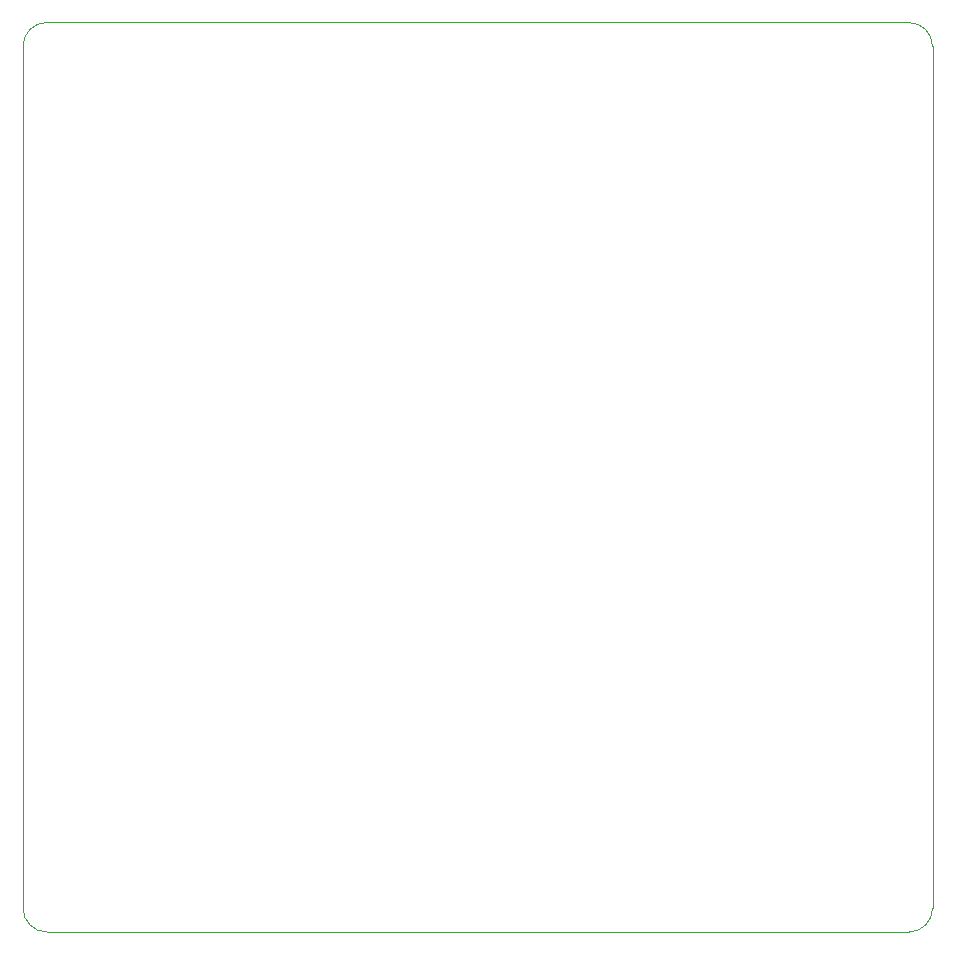
<source format=gbr>
%TF.GenerationSoftware,KiCad,Pcbnew,8.0.8*%
%TF.CreationDate,2025-02-20T11:32:28-05:00*%
%TF.ProjectId,Stardust,53746172-6475-4737-942e-6b696361645f,rev?*%
%TF.SameCoordinates,Original*%
%TF.FileFunction,Profile,NP*%
%FSLAX46Y46*%
G04 Gerber Fmt 4.6, Leading zero omitted, Abs format (unit mm)*
G04 Created by KiCad (PCBNEW 8.0.8) date 2025-02-20 11:32:28*
%MOMM*%
%LPD*%
G01*
G04 APERTURE LIST*
%TA.AperFunction,Profile*%
%ADD10C,0.050000*%
%TD*%
G04 APERTURE END LIST*
D10*
X198000000Y-50000000D02*
G75*
G02*
X200000000Y-52000000I0J-2000000D01*
G01*
X200000000Y-125000000D02*
G75*
G02*
X198000000Y-127000000I-2000000J0D01*
G01*
X198000000Y-127000000D02*
X125000000Y-127000000D01*
X125000000Y-127000000D02*
G75*
G02*
X123000000Y-125000000I0J2000000D01*
G01*
X123000000Y-125000000D02*
X123000000Y-52000000D01*
X123000000Y-52000000D02*
G75*
G02*
X125000000Y-50000000I2000000J0D01*
G01*
X125000000Y-50000000D02*
X198000000Y-50000000D01*
X200000000Y-52000000D02*
X200000000Y-125000000D01*
M02*

</source>
